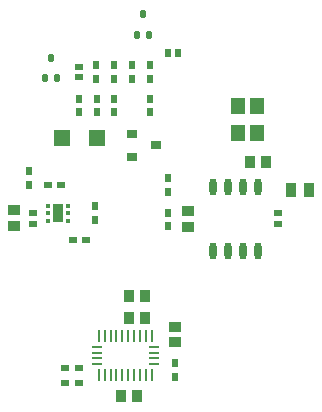
<source format=gbr>
%TF.GenerationSoftware,Altium Limited,Altium Designer,18.1.9 (240)*%
G04 Layer_Color=128*
%FSLAX26Y26*%
%MOIN*%
%TF.FileFunction,Paste,Bot*%
%TF.Part,Single*%
G01*
G75*
%TA.AperFunction,SMDPad,CuDef*%
%ADD15R,0.039370X0.035433*%
%ADD19R,0.035433X0.031496*%
%ADD33R,0.009842X0.038386*%
%ADD34R,0.034449X0.009842*%
%ADD35R,0.023622X0.029528*%
%ADD36R,0.029528X0.023622*%
%ADD37R,0.025197X0.023622*%
%ADD38R,0.037795X0.062992*%
%TA.AperFunction,BGAPad,CuDef*%
%ADD39R,0.015748X0.015748*%
%TA.AperFunction,SMDPad,CuDef*%
%ADD40R,0.037402X0.049213*%
%ADD41R,0.051181X0.055118*%
%ADD42R,0.023622X0.025197*%
G04:AMPARAMS|DCode=43|XSize=19.685mil|YSize=29.528mil|CornerRadius=4.921mil|HoleSize=0mil|Usage=FLASHONLY|Rotation=0.000|XOffset=0mil|YOffset=0mil|HoleType=Round|Shape=RoundedRectangle|*
%AMROUNDEDRECTD43*
21,1,0.019685,0.019685,0,0,0.0*
21,1,0.009843,0.029528,0,0,0.0*
1,1,0.009842,0.004921,-0.009843*
1,1,0.009842,-0.004921,-0.009843*
1,1,0.009842,-0.004921,0.009843*
1,1,0.009842,0.004921,0.009843*
%
%ADD43ROUNDEDRECTD43*%
%ADD44R,0.035433X0.039370*%
%ADD45O,0.023622X0.057087*%
%ADD46R,0.053150X0.057087*%
D15*
X133858Y643547D02*
D03*
Y696696D02*
D03*
X715000Y638622D02*
D03*
Y691772D02*
D03*
X673228Y307254D02*
D03*
Y254105D02*
D03*
D19*
X528937Y873583D02*
D03*
Y948386D02*
D03*
X607677Y910984D02*
D03*
D33*
X417777Y145276D02*
D03*
X437462D02*
D03*
X457147D02*
D03*
X476832D02*
D03*
X496517D02*
D03*
X516202D02*
D03*
X535887D02*
D03*
X555572D02*
D03*
X575257D02*
D03*
X594942D02*
D03*
X417777Y275906D02*
D03*
X437462D02*
D03*
X457147D02*
D03*
X476832D02*
D03*
X496517D02*
D03*
X516202D02*
D03*
X535887D02*
D03*
X555572D02*
D03*
X575257D02*
D03*
X594942D02*
D03*
D34*
X411871Y181102D02*
D03*
X600848D02*
D03*
X411871Y200787D02*
D03*
X600848D02*
D03*
X411871Y220472D02*
D03*
X600848D02*
D03*
X411871Y240157D02*
D03*
X600848D02*
D03*
D35*
X186706Y779528D02*
D03*
Y824803D02*
D03*
X405512Y709255D02*
D03*
Y663980D02*
D03*
X650000Y755669D02*
D03*
Y800945D02*
D03*
Y641496D02*
D03*
Y686772D02*
D03*
X468937Y1133110D02*
D03*
Y1178386D02*
D03*
X408937Y1133110D02*
D03*
Y1178386D02*
D03*
X352608Y1020748D02*
D03*
Y1066024D02*
D03*
X411683Y1020748D02*
D03*
Y1066024D02*
D03*
X468937Y1020748D02*
D03*
Y1066024D02*
D03*
X588937Y1133110D02*
D03*
Y1178386D02*
D03*
Y1020748D02*
D03*
Y1066024D02*
D03*
X670600Y185039D02*
D03*
Y139764D02*
D03*
X528937Y1178386D02*
D03*
Y1133110D02*
D03*
D36*
X247897Y778304D02*
D03*
X293173D02*
D03*
X330711Y594488D02*
D03*
X375986D02*
D03*
X305689Y118110D02*
D03*
X350964D02*
D03*
X305689Y169291D02*
D03*
X350964D02*
D03*
D37*
X197018Y684252D02*
D03*
Y649606D02*
D03*
X352608Y1173032D02*
D03*
Y1138386D02*
D03*
X1015729Y684095D02*
D03*
Y649449D02*
D03*
D38*
X282028Y685039D02*
D03*
D39*
X247382Y659449D02*
D03*
Y685039D02*
D03*
Y710630D02*
D03*
X316673Y659449D02*
D03*
Y685039D02*
D03*
Y710630D02*
D03*
D40*
X1056975Y763779D02*
D03*
X1117999D02*
D03*
D41*
X944882Y1043307D02*
D03*
X881890D02*
D03*
X944882Y952756D02*
D03*
X881890D02*
D03*
D42*
X648937Y1218386D02*
D03*
X683583D02*
D03*
D43*
X563937Y1347441D02*
D03*
X544252Y1279331D02*
D03*
X583622D02*
D03*
X258937Y1203386D02*
D03*
X239252Y1135276D02*
D03*
X278622D02*
D03*
D44*
X976378Y854331D02*
D03*
X923228D02*
D03*
X519685Y409616D02*
D03*
X572835D02*
D03*
X519685Y336782D02*
D03*
X572835D02*
D03*
X491169Y74803D02*
D03*
X544319D02*
D03*
D45*
X798829Y774055D02*
D03*
X848829D02*
D03*
X898829D02*
D03*
X948829D02*
D03*
X798829Y559488D02*
D03*
X848829D02*
D03*
X898829D02*
D03*
X948829D02*
D03*
D46*
X295541Y936919D02*
D03*
X411683D02*
D03*
%TF.MD5,ddd417681aa7e23a911769bcc19ae897*%
M02*

</source>
